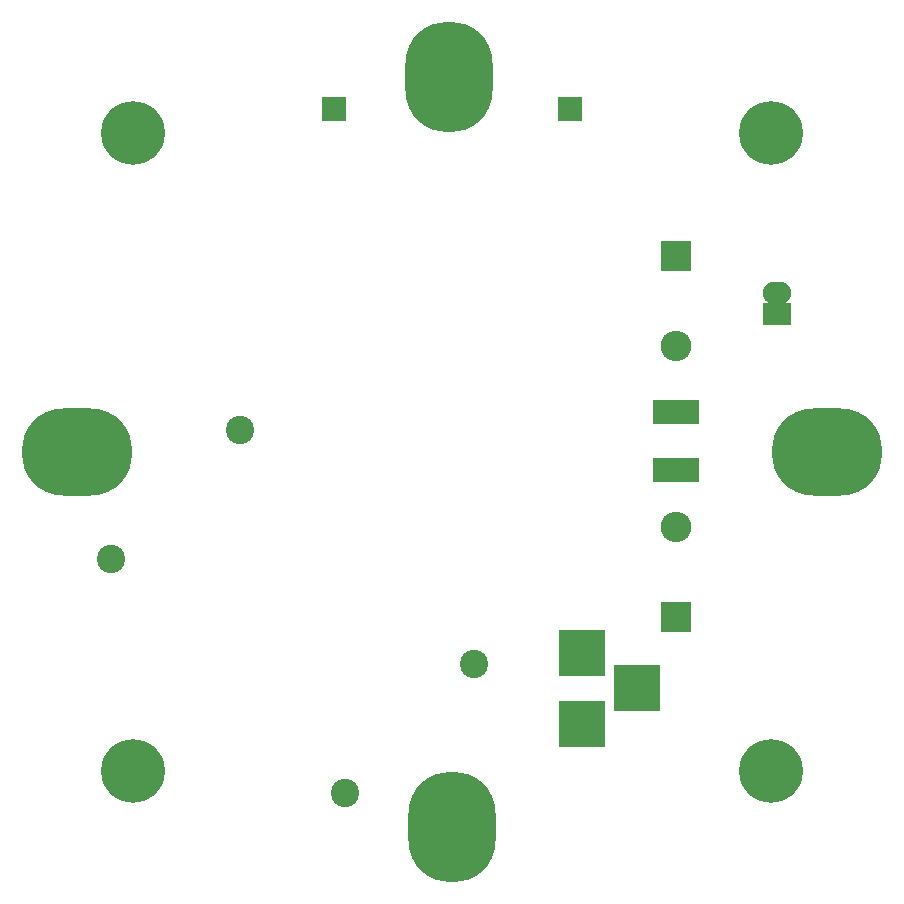
<source format=gbr>
G04 #@! TF.GenerationSoftware,KiCad,Pcbnew,(5.0.0)*
G04 #@! TF.CreationDate,2020-03-30T15:35:39-04:00*
G04 #@! TF.ProjectId,10W White LED,313057205768697465204C45442E6B69,rev?*
G04 #@! TF.SameCoordinates,Original*
G04 #@! TF.FileFunction,Soldermask,Top*
G04 #@! TF.FilePolarity,Negative*
%FSLAX46Y46*%
G04 Gerber Fmt 4.6, Leading zero omitted, Abs format (unit mm)*
G04 Created by KiCad (PCBNEW (5.0.0)) date 03/30/20 15:35:39*
%MOMM*%
%LPD*%
G01*
G04 APERTURE LIST*
%ADD10O,9.400000X7.400000*%
%ADD11O,7.400000X9.400000*%
%ADD12C,5.400000*%
%ADD13R,2.100000X2.100000*%
%ADD14R,3.900000X3.900000*%
%ADD15R,3.900000X2.000000*%
%ADD16R,2.400000X1.900000*%
%ADD17O,2.400000X1.900000*%
%ADD18O,2.600000X2.600000*%
%ADD19R,2.600000X2.600000*%
%ADD20C,2.400000*%
G04 APERTURE END LIST*
D10*
G04 #@! TO.C,LENSE1*
X181750000Y-100000000D03*
D11*
X149750000Y-68250000D03*
D10*
X118250000Y-100000000D03*
D11*
X150000000Y-131750000D03*
G04 #@! TD*
D12*
G04 #@! TO.C,MNT1*
X123000000Y-73000000D03*
G04 #@! TD*
G04 #@! TO.C,MNT2*
X177000000Y-73000000D03*
G04 #@! TD*
G04 #@! TO.C,MNT3*
X177000000Y-127000000D03*
G04 #@! TD*
G04 #@! TO.C,MNT4*
X123000000Y-127000000D03*
G04 #@! TD*
D13*
G04 #@! TO.C,NEG1*
X160000000Y-71000000D03*
G04 #@! TD*
G04 #@! TO.C,POS1*
X140000000Y-71000000D03*
G04 #@! TD*
D14*
G04 #@! TO.C,BARREL1*
X161000000Y-117000000D03*
X161000000Y-123000000D03*
X165700000Y-120000000D03*
G04 #@! TD*
D15*
G04 #@! TO.C,F1*
X169000000Y-96620000D03*
X169000000Y-101500000D03*
G04 #@! TD*
D16*
G04 #@! TO.C,FAN1*
X177500000Y-88300000D03*
D17*
X177500000Y-86500000D03*
G04 #@! TD*
D18*
G04 #@! TO.C,SW1*
X169000000Y-106380000D03*
D19*
X169000000Y-114000000D03*
G04 #@! TD*
G04 #@! TO.C,SW2*
X169000000Y-83380000D03*
D18*
X169000000Y-91000000D03*
G04 #@! TD*
D20*
G04 #@! TO.C,U1*
X121120428Y-109080583D03*
X132080583Y-98120428D03*
X151879572Y-117919417D03*
X140919417Y-128879572D03*
G04 #@! TD*
M02*

</source>
